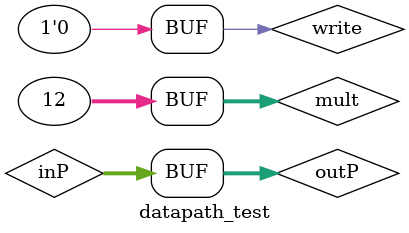
<source format=v>
`define DELAY 20
module datapath_test();
	reg [31:0] mult;
	reg [63:0] inP;
	reg write;
	wire [63:0] outP;
	 
	datapath d1(mult,inP,write,outP);


	initial
		begin
			#`DELAY mult=32'd12;inP={32'd0,32'd8};
			#`DELAY write=0;
			#`DELAY inP=outP;
			#`DELAY write=0;
			#`DELAY inP=outP;
			#`DELAY write=0;
			#`DELAY inP=outP;
			#`DELAY write=1;
			#`DELAY inP=outP;
			#`DELAY write=0;
			#`DELAY inP=outP;
			#`DELAY inP=outP;
			#`DELAY inP=outP;
			#`DELAY inP=outP;
			#`DELAY inP=outP;
			#`DELAY inP=outP;
			#`DELAY inP=outP;
			#`DELAY inP=outP;
			#`DELAY inP=outP;
			#`DELAY inP=outP;
			#`DELAY inP=outP;
			#`DELAY inP=outP;
			#`DELAY inP=outP;
			#`DELAY inP=outP;
			#`DELAY inP=outP;
			#`DELAY inP=outP;
			#`DELAY inP=outP;
			#`DELAY inP=outP;
			#`DELAY inP=outP;
			#`DELAY inP=outP;
			#`DELAY inP=outP;
			#`DELAY inP=outP;
			#`DELAY inP=outP;
			#`DELAY inP=outP;
			#`DELAY inP=outP;
			#`DELAY inP=outP;
			#`DELAY inP=outP;
		end
	initial 
		begin
			$monitor("time:%2d, mult=%d ,P1=%2d ,Result=%2d,write=%1b",$time,mult,inP[63:32],outP[31:0],write);
		end	
endmodule
</source>
